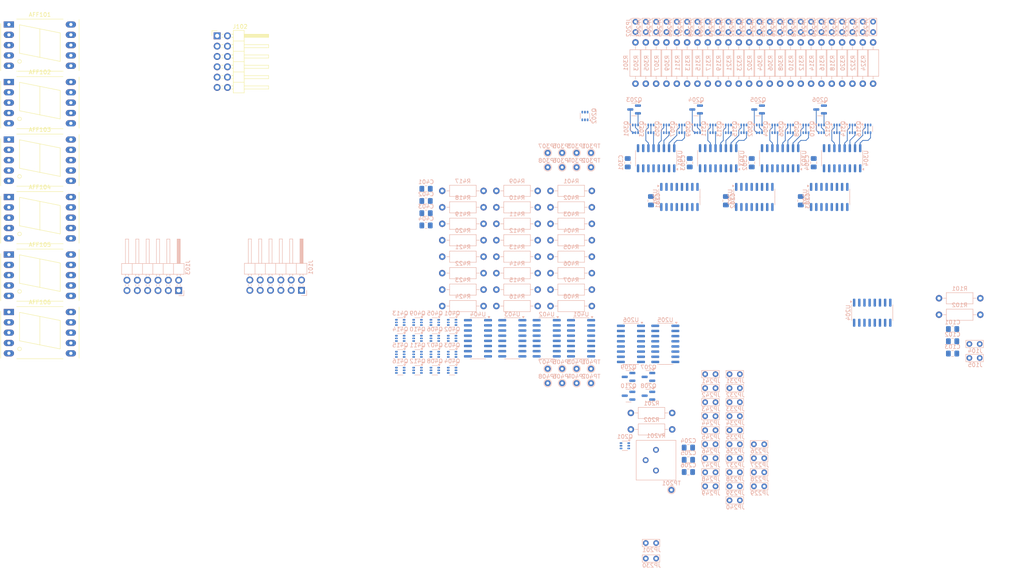
<source format=kicad_pcb>
(kicad_pcb (version 20240108) (generator "pcbnew") (generator_version "8.0")
  (title_block (title "Tiny Tapeout Desk Clock") (date "2024-10-22") (rev "1.0"))
  (layers (0 "F.Cu" signal) (31 "B.Cu" signal) (34 "B.Paste" user) (35 "F.Paste" user) (36 "B.SilkS" user "B.Silkscreen") (37 "F.SilkS" user "F.Silkscreen") (38 "B.Mask" user) (39 "F.Mask" user) (44 "Edge.Cuts" user))
  (net 0 "")
  (net 1 "/h1b")
  (net 2 "/h1f")
  (net 3 "/h1e")
  (net 4 "/h1a")
  (net 5 "VDD")
  (net 6 "/h1p")
  (net 7 "/h1d")
  (net 8 "/h1c")
  (net 9 "/h1g")
  (net 10 "/h2a")
  (net 11 "/h2c")
  (net 12 "/h2d")
  (net 13 "/h2f")
  (net 14 "/h2b")
  (net 15 "/h2e")
  (net 16 "/h2p")
  (net 17 "/h2g")
  (net 18 "/m1a")
  (net 19 "/m1f")
  (net 20 "/m1b")
  (net 21 "/m1e")
  (net 22 "/m1d")
  (net 23 "/m1g")
  (net 24 "/m1c")
  (net 25 "/m1p")
  (net 26 "/m2p")
  (net 27 "/m2b")
  (net 28 "/m2e")
  (net 29 "/m2c")
  (net 30 "/m2d")
  (net 31 "/m2g")
  (net 32 "/m2f")
  (net 33 "/m2a")
  (net 34 "/s1e")
  (net 35 "/s1a")
  (net 36 "/s1c")
  (net 37 "/s1d")
  (net 38 "/s1g")
  (net 39 "/s1p")
  (net 40 "/s1b")
  (net 41 "/s1f")
  (net 42 "/s2d")
  (net 43 "/s2e")
  (net 44 "/s2a")
  (net 45 "/s2p")
  (net 46 "/s2b")
  (net 47 "/s2f")
  (net 48 "/s2c")
  (net 49 "/s2g")
  (net 50 "GND")
  (net 51 "+5V")
  (net 52 "+3.3V")
  (net 54 "/refclk")
  (net 55 "/fast_set")
  (net 57 "/use_refclk")
  (net 58 "Net-(J101-Pin_12)")
  (net 59 "/minutes_set")
  (net 61 "/hours_set")
  (net 70 "/sc_mosi")
  (net 72 "Net-(JP201-A)")
  (net 73 "/LED_CC_drivers/h1_a")
  (net 74 "/LED_CC_drivers/h1_b")
  (net 75 "/LED_CC_drivers/h1_c")
  (net 76 "/LED_CC_drivers/h1_d")
  (net 77 "/LED_CC_drivers/h1_e")
  (net 78 "/LED_CC_drivers/h1_f")
  (net 79 "/LED_CC_drivers/h1_g")
  (net 80 "/LED_CC_drivers/h1_p")
  (net 81 "/LED_CC_drivers/h2_a")
  (net 82 "/LED_CC_drivers/h2_b")
  (net 83 "/LED_CC_drivers/h2_c")
  (net 84 "/LED_CC_drivers/h2_d")
  (net 85 "/LED_CC_drivers/h2_e")
  (net 86 "/LED_CC_drivers/h2_f")
  (net 87 "/LED_CC_drivers/h2_g")
  (net 88 "/LED_CC_drivers/h2_p")
  (net 89 "/LED_CC_drivers/m1_a")
  (net 90 "/LED_CC_drivers/m1_b")
  (net 91 "/LED_CC_drivers/m1_c")
  (net 92 "/LED_CC_drivers/m1_d")
  (net 93 "/LED_CC_drivers/m1_e")
  (net 94 "/LED_CC_drivers/m1_f")
  (net 95 "/LED_CC_drivers/m1_g")
  (net 96 "/LED_CC_drivers/m1_p")
  (net 97 "/LED_CC_drivers/m2_a")
  (net 98 "/LED_CC_drivers/m2_b")
  (net 99 "/LED_CC_drivers/m2_c")
  (net 100 "/LED_CC_drivers/m2_d")
  (net 101 "/LED_CC_drivers/m2_e")
  (net 102 "/LED_CC_drivers/m2_f")
  (net 103 "/LED_CC_drivers/m2_g")
  (net 104 "/LED_CC_drivers/m2_p")
  (net 105 "/LED_CC_drivers/s1_a")
  (net 106 "/LED_CC_drivers/s1_b")
  (net 107 "/LED_CC_drivers/s1_c")
  (net 108 "/LED_CC_drivers/s1_d")
  (net 109 "/LED_CC_drivers/s1_e")
  (net 110 "/LED_CC_drivers/s1_f")
  (net 111 "/LED_CC_drivers/s1_g")
  (net 112 "/LED_CC_drivers/s1_p")
  (net 113 "/LED_CC_drivers/s2_a")
  (net 114 "/LED_CC_drivers/s2_b")
  (net 115 "/LED_CC_drivers/s2_c")
  (net 116 "/LED_CC_drivers/s2_d")
  (net 117 "/LED_CC_drivers/s2_e")
  (net 118 "/LED_CC_drivers/s2_f")
  (net 119 "/LED_CC_drivers/s2_g")
  (net 120 "/LED_CC_drivers/s2_p")
  (net 121 "Net-(Q201A-C1)")
  (net 122 "Net-(Q201A-B1)")
  (net 123 "Net-(JP201-B)")
  (net 124 "Net-(Q202A-B1)")
  (net 125 "/LED_CC_drivers/LED_Drivers_High/iref1")
  (net 126 "/LED_CC_drivers/LED_Drivers_High/iref2")
  (net 127 "/LED_CC_drivers/LED_Drivers_High/iref3")
  (net 128 "/LED_CC_drivers/LED_Drivers_High/iref4")
  (net 129 "/LED_CC_drivers/LED_Drivers_Low/iref1")
  (net 130 "/LED_CC_drivers/LED_Drivers_Low/iref2")
  (net 131 "/LED_CC_drivers/LED_Drivers_Low/iref3")
  (net 132 "/LED_CC_drivers/LED_Drivers_Low/iref4")
  (net 133 "Net-(Q301A-E1)")
  (net 134 "Net-(Q301A-B1)")
  (net 135 "Net-(Q302A-B1)")
  (net 136 "Net-(Q302A-E1)")
  (net 137 "/LED_CC_drivers/LED_Drivers_High/e1_s1a")
  (net 138 "/LED_CC_drivers/LED_Drivers_High/e1_s1b")
  (net 139 "/LED_CC_drivers/LED_Drivers_High/e3_s2e")
  (net 140 "/LED_CC_drivers/LED_Drivers_High/e1_s1c")
  (net 141 "/LED_CC_drivers/LED_Drivers_High/e1_s1d")
  (net 142 "/LED_CC_drivers/LED_Drivers_High/e1_s1f")
  (net 143 "/LED_CC_drivers/LED_Drivers_High/e1_s1e")
  (net 144 "/LED_CC_drivers/LED_Drivers_High/e3_s3b")
  (net 145 "/LED_CC_drivers/LED_Drivers_High/e3_s3a")
  (net 146 "Net-(Q309A-E1)")
  (net 147 "Net-(Q309A-B1)")
  (net 148 "Net-(Q310A-E1)")
  (net 149 "Net-(Q310A-B1)")
  (net 150 "/LED_CC_drivers/LED_Drivers_High/e2_s1dp")
  (net 151 "/LED_CC_drivers/LED_Drivers_High/e2_s1g")
  (net 152 "/LED_CC_drivers/LED_Drivers_High/e4_s3c")
  (net 153 "/LED_CC_drivers/LED_Drivers_High/e4_s3d")
  (net 154 "/LED_CC_drivers/LED_Drivers_High/e2_s2b")
  (net 155 "/LED_CC_drivers/LED_Drivers_High/e2_s2a")
  (net 156 "/LED_CC_drivers/LED_Drivers_High/e4_s3e")
  (net 157 "/LED_CC_drivers/LED_Drivers_High/e2_s2c")
  (net 158 "/LED_CC_drivers/LED_Drivers_High/e2_s2d")
  (net 159 "Net-(Q401A-E1)")
  (net 160 "Net-(Q401A-B1)")
  (net 161 "Net-(Q402A-B1)")
  (net 162 "Net-(Q402A-E1)")
  (net 163 "/LED_CC_drivers/LED_Drivers_Low/e1_s1a")
  (net 164 "/LED_CC_drivers/LED_Drivers_Low/e1_s1b")
  (net 165 "/LED_CC_drivers/LED_Drivers_Low/e3_s2e")
  (net 166 "/LED_CC_drivers/LED_Drivers_Low/e1_s1d")
  (net 167 "/LED_CC_drivers/LED_Drivers_Low/e1_s1c")
  (net 168 "/LED_CC_drivers/LED_Drivers_Low/e1_s1f")
  (net 169 "/LED_CC_drivers/LED_Drivers_Low/e1_s1e")
  (net 170 "/LED_CC_drivers/LED_Drivers_Low/e3_s3a")
  (net 171 "/LED_CC_drivers/LED_Drivers_Low/e3_s3b")
  (net 172 "Net-(Q409A-B1)")
  (net 173 "Net-(Q409A-E1)")
  (net 174 "Net-(Q410A-E1)")
  (net 175 "Net-(Q410A-B1)")
  (net 176 "/LED_CC_drivers/LED_Drivers_Low/e2_s1dp")
  (net 177 "/LED_CC_drivers/LED_Drivers_Low/e2_s1g")
  (net 178 "/LED_CC_drivers/LED_Drivers_Low/e4_s3c")
  (net 179 "/LED_CC_drivers/LED_Drivers_Low/e4_s3d")
  (net 180 "/LED_CC_drivers/LED_Drivers_Low/e2_s2a")
  (net 181 "/LED_CC_drivers/LED_Drivers_Low/e2_s2b")
  (net 182 "/LED_CC_drivers/LED_Drivers_Low/e4_s3e")
  (net 183 "/LED_CC_drivers/LED_Drivers_Low/e2_s2d")
  (net 184 "/LED_CC_drivers/LED_Drivers_Low/e2_s2c")
  (net 185 "Net-(J104-CC2)")
  (net 186 "Net-(J104-CC1)")
  (net 187 "Net-(R202-Pad2)")
  (net 188 "/LED_CC_drivers/LED_Drivers_High/e3_s2f")
  (net 189 "/LED_CC_drivers/LED_Drivers_High/e3_s2g")
  (net 190 "/LED_CC_drivers/LED_Drivers_High/e3_s2dp")
  (net 191 "/LED_CC_drivers/LED_Drivers_High/e4_s3f")
  (net 192 "/LED_CC_drivers/LED_Drivers_High/e4_s3g")
  (net 193 "/LED_CC_drivers/LED_Drivers_High/e4_s3dp")
  (net 194 "/LED_CC_drivers/LED_Drivers_Low/e3_s2f")
  (net 195 "/LED_CC_drivers/LED_Drivers_Low/e3_s2g")
  (net 196 "/LED_CC_drivers/LED_Drivers_Low/e3_s2dp")
  (net 197 "/LED_CC_drivers/LED_Drivers_Low/e4_s3f")
  (net 198 "/LED_CC_drivers/LED_Drivers_Low/e4_s3g")
  (net 199 "/LED_CC_drivers/LED_Drivers_Low/e4_s3dp")
  (net 200 "/sc_clk")
  (net 201 "/LED_CC_drivers/oe")
  (net 202 "Net-(U201-QH')")
  (net 203 "/sc_latch")
  (net 204 "/LED_CC_drivers/sc_clr")
  (net 205 "Net-(U202-QH')")
  (net 206 "Net-(U203-QH')")
  (net 207 "Net-(U204-QH')")
  (net 208 "Net-(U205-QH')")
  (net 209 "/sc_miso")
  (net 210 "/LED_CC_drivers/LED_Drivers_High/o1_s1a")
  (net 211 "/LED_CC_drivers/LED_Drivers_High/o1_s1b")
  (net 212 "/LED_CC_drivers/LED_Drivers_High/o1_s1c")
  (net 213 "/LED_CC_drivers/LED_Drivers_High/o1_s1d")
  (net 214 "/LED_CC_drivers/LED_Drivers_High/o1_s1e")
  (net 215 "/LED_CC_drivers/LED_Drivers_High/o1_s1f")
  (net 216 "/LED_CC_drivers/LED_Drivers_High/o2_s1g")
  (net 217 "/LED_CC_drivers/LED_Drivers_High/o2_s1dp")
  (net 218 "/LED_CC_drivers/LED_Drivers_High/o2_s2a")
  (net 219 "/LED_CC_drivers/LED_Drivers_High/o2_s2b")
  (net 220 "/LED_CC_drivers/LED_Drivers_High/o2_s2c")
  (net 221 "/LED_CC_drivers/LED_Drivers_High/o2_s2d")
  (net 222 "/LED_CC_drivers/LED_Drivers_High/o3_s2e")
  (net 223 "/LED_CC_drivers/LED_Drivers_High/o3_s2f")
  (net 224 "/LED_CC_drivers/LED_Drivers_High/o3_s2g")
  (net 225 "/LED_CC_drivers/LED_Drivers_High/o3_s2dp")
  (net 226 "/LED_CC_drivers/LED_Drivers_High/o3_s3a")
  (net 227 "/LED_CC_drivers/LED_Drivers_High/o3_s3b")
  (net 228 "/LED_CC_drivers/LED_Drivers_High/o4_s3c")
  (net 229 "/LED_CC_drivers/LED_Drivers_High/o4_s3d")
  (net 230 "/LED_CC_drivers/LED_Drivers_High/o4_s3e")
  (net 231 "/LED_CC_drivers/LED_Drivers_High/o4_s3f")
  (net 232 "/LED_CC_drivers/LED_Drivers_High/o4_s3g")
  (net 233 "/LED_CC_drivers/LED_Drivers_High/o4_s3dp")
  (net 234 "/LED_CC_drivers/LED_Drivers_Low/o1_s1a")
  (net 235 "/LED_CC_drivers/LED_Drivers_Low/o1_s1b")
  (net 236 "/LED_CC_drivers/LED_Drivers_Low/o1_s1c")
  (net 237 "/LED_CC_drivers/LED_Drivers_Low/o1_s1d")
  (net 238 "/LED_CC_drivers/LED_Drivers_Low/o1_s1e")
  (net 239 "/LED_CC_drivers/LED_Drivers_Low/o1_s1f")
  (net 240 "/LED_CC_drivers/LED_Drivers_Low/o2_s1g")
  (net 241 "/LED_CC_drivers/LED_Drivers_Low/o2_s1dp")
  (net 242 "/LED_CC_drivers/LED_Drivers_Low/o2_s2a")
  (net 243 "/LED_CC_drivers/LED_Drivers_Low/o2_s2b")
  (net 244 "/LED_CC_drivers/LED_Drivers_Low/o2_s2c")
  (net 245 "/LED_CC_drivers/LED_Drivers_Low/o2_s2d")
  (net 246 "/LED_CC_drivers/LED_Drivers_Low/o3_s2e")
  (net 247 "/LED_CC_drivers/LED_Drivers_Low/o3_s2f")
  (net 248 "/LED_CC_drivers/LED_Drivers_Low/o3_s2g")
  (net 249 "/LED_CC_drivers/LED_Drivers_Low/o3_s2dp")
  (net 250 "/LED_CC_drivers/LED_Drivers_Low/o3_s3a")
  (net 251 "/LED_CC_drivers/LED_Drivers_Low/o3_s3b")
  (net 252 "/LED_CC_drivers/LED_Drivers_Low/o4_s3c")
  (net 253 "/LED_CC_drivers/LED_Drivers_Low/o4_s3d")
  (net 254 "/LED_CC_drivers/LED_Drivers_Low/o4_s3e")
  (net 255 "/LED_CC_drivers/LED_Drivers_Low/o4_s3f")
  (net 256 "/LED_CC_drivers/LED_Drivers_Low/o4_s3g")
  (net 257 "/LED_CC_drivers/LED_Drivers_Low/o4_s3dp")
  (footprint "Display_7Segment:7SegmentLED_LTS6760_LTS6780" (layer "F.Cu") (at 23.76 113.34)
    (property "Reference" "AFF106")
    (property "Value" "LTS-6980HR")
  )
  (footprint "Display_7Segment:7SegmentLED_LTS6760_LTS6780" (layer "F.Cu") (at 23.76 56.74)
    (property "Reference" "AFF102")
    (property "Value" "LTS-6980HR")
  )
  (footprint "Display_7Segment:7SegmentLED_LTS6760_LTS6780" (layer "F.Cu") (at 23.76 85.04)
    (property "Reference" "AFF104")
    (property "Value" "LTS-6980HR")
  )
  (footprint "Display_7Segment:7SegmentLED_LTS6760_LTS6780" (layer "F.Cu") (at 23.76 99.19)
    (property "Reference" "AFF105")
    (property "Value" "LTS-6980HR")
  )
  (footprint "Display_7Segment:7SegmentLED_LTS6760_LTS6780" (layer "F.Cu") (at 23.76 70.89)
    (property "Reference" "AFF103")
    (property "Value" "LTS-6980HR")
  )
  (footprint "Display_7Segment:7SegmentLED_LTS6760_LTS6780" (layer "F.Cu") (at 23.76 42.59)
    (property "Reference" "AFF101")
    (property "Value" "LTS-6980HR")
  )
  (footprint "Connector_PinHeader_2.54mm:PinHeader_2x06_P2.54mm_Horizontal" (layer "F.Cu") (at 74.96 45.38)
    (property "Reference" "J102")
    (property "Value" "Bidir")
  )
  (footprint "Capacitor_SMD:C_0805_2012Metric_Pad1.18x1.45mm_HandSolder" (layer "B.Cu") (at 190.805 149.695 180)
    (property "Reference" "C205")
    (property "Value" "1n")
  )
  (footprint "TestPoint:TestPoint_Bridge_Pitch2.54mm_Drill0.7mm" (layer "B.Cu") (at 203.465 138.975 180)
    (property "Reference" "JP234")
    (property "Value" "Jumper_2_Bridged")
  )
  (footprint "Capacitor_SMD:C_0805_2012Metric_Pad1.18x1.45mm_HandSolder" (layer "B.Cu") (at 126.315 89.025 180)
    (property "Reference" "C403")
    (property "Value" "100n")
  )
  (footprint "TestPoint:TestPoint_Bridge_Pitch2.54mm_Drill0.7mm" (layer "B.Cu") (at 203.2 44.45 90)
    (property "Reference" "JP212")
    (property "Value" "Jumper_2_Bridged")
  )
  (footprint "TestPoint:TestPoint_Bridge_Pitch2.54mm_Drill0.7mm" (layer "B.Cu") (at 209.455 145.875 180)
    (property "Reference" "JP226")
    (property "Value" "Jumper_2_Bridged")
  )
  (footprint "TestPoint:TestPoint_Bridge_Pitch2.54mm_Drill0.7mm" (layer "B.Cu") (at 197.475 145.875 180)
    (property "Reference" "JP246")
    (property "Value" "Jumper_2_Bridged")
  )
  (footprint "TestPoint:TestPoint_Bridge_Pitch2.54mm_Drill0.7mm" (layer "B.Cu") (at 215.9 44.45 90)
    (property "Reference" "JP217")
    (property "Value" "Jumper_2_Bridged")
  )
  (footprint "Resistor_THT:R_Axial_DIN0207_L6.3mm_D2.5mm_P10.16mm_Horizontal" (layer "B.Cu") (at 153.765 91.625 180)
    (property "Reference" "R411")
    (property "Value" "1k4")
  )
  (footprint "TestPoint:TestPoint_Bridge_Pitch2.54mm_Drill0.7mm" (layer "B.Cu") (at 203.465 142.425 180)
    (property "Reference" "JP235")
    (property "Value" "Jumper_2_Bridged")
  )
  (footprint "Capacitor_SMD:C_0805_2012Metric_Pad1.18x1.45mm_HandSolder" (layer "B.Cu") (at 200.025 85.9575 90)
    (property "Reference" "C202")
    (property "Value" "1n")
  )
  (footprint "TestPoint:TestPoint_THTPad_D1.5mm_Drill0.7mm" (layer "B.Cu") (at 163.325 74.175 180)
    (property "Reference" "TP303")
    (property "Value" "s1_mirror")
  )
  (footprint "Resistor_THT:R_Axial_DIN0207_L6.3mm_D2.5mm_P10.16mm_Horizontal" (layer "B.Cu") (at 205.74 46.99 -90)
    (property "Reference" "R323")
    (property "Value" "1k4")
  )
  (footprint "TestPoint:TestPoint_Bridge_Pitch2.54mm_Drill0.7mm" (layer "B.Cu") (at 228.6 44.45 90)
    (property "Reference" "JP222")
    (property "Value" "Jumper_2_Bridged")
  )
  (footprint "TestPoint:TestPoint_Bridge_Pitch2.54mm_Drill0.7mm" (layer "B.Cu") (at 177.8 44.45 90)
    (property "Reference" "JP202")
    (property "Value" "Jumper_2_Bridged")
  )
  (footprint "TestPoint:TestPoint_THTPad_D1.5mm_Drill0.7mm" (layer "B.Cu") (at 156.225 74.175 180)
    (property "Reference" "TP307")
    (property "Value" "s2_mirror")
  )
  (footprint "Package_TO_SOT_SMD:SOT-363_SC-70-6" (layer "B.Cu") (at 193.025 68.26 -90)
    (property "Reference" "Q309")
    (property "Value" "MMDT3904")
  )
  (footprint "Package_SO:SOIC-16_3.9x9.9mm_P1.27mm" (layer "B.Cu") (at 182.88 75.5 90)
    (property "Reference" "U301")
    (property "Value" "ULN2003")
  )
  (footprint "Package_TO_SOT_SMD:SOT-23" (layer "B.Cu") (at 223.1875 63.5 180)
    (property "Reference" "Q206")
    (property "Value" "MMBT3906")
  )
  (footprint "Package_TO_SOT_SMD:SOT-363_SC-70-6" (layer "B.Cu") (at 208.265 68.26 -90)
    (property "Reference" "Q302")
    (property "Value" "MMDT3904")
  )
  (footprint "TestPoint:TestPoint_Bridge_Pitch2.54mm_Drill0.7mm" (layer "B.Cu") (at 203.465 159.675 180)
    (property "Reference" "JP240")
    (property "Value" "Jumper_2_Bridged")
  )
  (footprint "Resistor_THT:R_Axial_DIN0207_L6.3mm_D2.5mm_P10.16mm_Horizontal" (layer "B.Cu") (at 167.075 91.625 180)
    (property "Reference" "R403")
    (property "Value" "1k4")
  )
  (footprint "Resistor_THT:R_Axial_DIN0207_L6.3mm_D2.5mm_P10.16mm_Horizontal" (layer "B.Cu") (at 167.075 87.575 180)
    (property "Reference" "R402")
    (property "Value" "1k4")
  )
  (footprint "TestPoint:TestPoint_Bridge_Pitch2.54mm_Drill0.7mm" (layer "B.Cu") (at 182.88 170.18 180)
    (property "Reference" "JP201")
    (property "Value" "Jumper_2_Bridged")
  )
  (footprint "Package_TO_SOT_SMD:SOT-23" (layer "B.Cu") (at 180.985 133.925 180)
    (property "Reference" "Q208")
    (property "Value" "MMBT3906")
  )
  (footprint "Package_TO_SOT_SMD:SOT-363_SC-70-6" (layer "B.Cu") (at 119.975 123.75 180)
    (property "Reference" "Q415")
    (property "Value" "MMDT3904")
  )
  (footprint "TestPoint:TestPoint_Bridge_Pitch2.54mm_Drill0.7mm" (layer "B.Cu") (at 197.475 142.425 180)
    (property "Reference" "JP245")
    (property "Value" "Jumper_2_Bridged")
  )
  (footprint "TestPoint:TestPoint_Bridge_Pitch2.54mm_Drill0.7mm" (layer "B.Cu") (at 220.98 44.45 90)
    (property "Reference" "JP219")
    (property "Value" "Jumper_2_Bridged")
  )
  (footprint "Package_TO_SOT_SMD:SOT-363_SC-70-6" (layer "B.Cu") (at 132.725 127.675 180)
    (property "Reference" "Q404")
    (property "Value" "MMDT3904")
  )
  (footprint "Package_SO:SOIC-16_3.9x9.9mm_P1.27mm" (layer "B.Cu") (at 225.425 85.025 -90)
    (property "Reference" "U203")
    (property "Value" "74HC595")
  )
  (footprint "TestPoint:TestPoint_Bridge_Pitch2.54mm_Drill0.7mm" (layer "B.Cu") (at 203.465 149.325 180)
    (property "Reference" "JP237")
    (property "Value" "Jumper_2_Bridged")
  )
  (footprint "TestPoint:TestPoint_THTPad_D1.5mm_Drill0.7mm" (layer "B.Cu") (at 156.225 77.725 180)
    (property "Reference" "TP308")
    (property "Value" "s4_mirror")
  )
  (footprint "Resistor_THT:R_Axial_DIN0207_L6.3mm_D2.5mm_P10.16mm_Horizontal" (layer "B.Cu") (at 236.22 46.99 -90)
    (property "Reference" "R324")
    (property "Value" "2k8")
  )
  (footprint "Capacitor_SMD:C_0805_2012Metric_Pad1.18x1.45mm_HandSolder" (layer "B.Cu") (at 190.805 146.685 180)
    (property "Reference" "C204")
    (property "Value" "1n")
  )
  (footprint "Resistor_THT:R_Axial_DIN0207_L6.3mm_D2.5mm_P10.16mm_Horizontal" (layer "B.Cu") (at 167.075 95.675 180)
    (property "Reference" "R404")
    (property "Value" "1k4")
  )
  (footprint "Capacitor_SMD:C_0805_2012Metric_Pad1.18x1.45mm_HandSolder" (layer "B.Cu") (at 190.805 152.705 180)
    (property "Reference" "C206")
    (property "Value" "1n")
  )
  (footprint "TestPoint:TestPoint_THTPad_D1.5mm_Drill0.7mm" (layer "B.Cu") (at 156.225 130.845 180)
    (property "Reference" "TP408")
    (property "Value" "s4_mirror")
  )
  (footprint "TestPoint:TestPoint_Bridge_Pitch2.54mm_Drill0.7mm" (layer "B.Cu") (at 197.475 128.625 180)
    (property "Reference" "JP241")
    (property "Value" "Jumper_2_Bridged")
  )
  (footprint "Resistor_THT:R_Axial_DIN0207_L6.3mm_D2.5mm_P10.16mm_Horizontal" (layer "B.Cu") (at 185.42 46.99 -90)
    (property "Reference" "R307")
    (property "Value" "1k4")
  )
  (footprint "Resistor_THT:R_Axial_DIN0207_L6.3mm_D2.5mm_P10.16mm_Horizontal" (layer "B.Cu") (at 262.58 109.95 180)
    (property "Reference" "R101")
    (property "Value" "5k1")
  )
  (footprint "Resistor_THT:R_Axial_DIN0207_L6.3mm_D2.5mm_P10.16mm_Horizontal" (layer "B.Cu") (at 153.765 83.525 180)
    (property "Reference" "R409")
    (property "Value" "1k4")
  )
  (footprint "Resistor_THT:R_Axial_DIN0207_L6.3mm_D2.5mm_P10.16mm_Horizontal" (layer "B.Cu") (at 187.96 46.99 -90)
    (property "Reference" "R309")
    (property "Value" "1k4")
  )
  (footprint "Package_TO_SOT_SMD:SOT-363_SC-70-6" (layer "B.Cu") (at 189.215 68.26 -90)
    (property "Reference" "Q307")
    (property "Value" "MMDT3904")
  )
  (footprint "TestPoint:TestPoint_THTPad_D1.5mm_Drill0.7mm" (layer "B.Cu") (at 159.775 74.175 180)
    (property "Reference" "TP305")
    (property "Value" "s2_iref")
  )
  (footprint "TestPoint:TestPoint_THTPad_D1.5mm_Drill0.7mm" (layer "B.Cu") (at 186.625 157.115 180)
    (property "Reference" "TP201")
    (property "Value" "segment_cm")
  )
  (footprint "TestPoint:TestPoint_Bridge_Pitch2.54mm_Drill0.7mm" (layer "B.Cu") (at 205.74 44.45 90)
    (property "Reference" "JP213")
    (property "Value" "Jumper_2_Bridged")
  )
  (footprint "Resistor_THT:R_Axial_DIN0207_L6.3mm_D2.5mm_P10.16mm_Horizontal" (layer "B.Cu") (at 262.58 114 180)
    (property "Reference" "R102")
    (property "Value" "5k1")
  )
  (footprint "Capacitor_SMD:C_0805_2012Metric_Pad1.18x1.45mm_HandSolder" (layer "B.Cu") (at 126.315 92.035 180)
    (property "Reference" "C404")
    (property "Value" "100n")
  )
  (footprint "TestPoint:TestPoint_Bridge_Pitch2.54mm_Drill0.7mm" (layer "B.Cu") (at 203.465 145.875 180)
    (property "Reference" "JP236")
    (property "Value" "Jumper_2_Bridged")
  )
  (footprint "Resistor_THT:R_Axial_DIN0207_L6.3mm_D2.5mm_P10.16mm_Horizontal" (layer "B.Cu") (at 180.34 46.99 -90)
    (property "Reference" "R303")
    (property "Value" "1k4")
  )
  (footprint "Package_TO_SOT_SMD:SOT-363_SC-70-6" (layer "B.Cu") (at 128.475 115.9 180)
    (property "Reference" "Q405")
    (property "Value" "MMDT3904")
  )
  (footprint "Package_SO:SOIC-16_3.9x9.9mm_P1.27mm" (layer "B.Cu") (at 236 113.5 -90)
    (property "Reference" "U204")
    (property "Value" "74HC595")
  )
  (footprint "Connector_PinHeader_2.54mm:PinHeader_2x06_P2.54mm_Horizontal" (layer "B.Cu") (at 65.5 108.04 90)
    (property "Reference" "J103")
    (property "Value" "Output")
  )
  (footprint "TestPoint:TestPoint_Bridge_Pitch2.54mm_Drill0.7mm" (layer "B.Cu") (at 210.82 44.45 90)
    (property "Reference" "JP215")
    (property "Value" "Jumper_2_Bridged")
  )
  (footprint "Package_SO:SOIC-16_3.9x9.9mm_P1.27mm" (layer "B.Cu") (at 213.36 75.5 90)
    (property "Reference" "U302")
    (property "Value" "ULN2003")
  )
  (footprint "TestPoint:TestPoint_Bridge_Pitch2.54mm_Drill0.7mm" (layer "B.Cu") (at 198.12 44.45 90)
    (property "Reference" "JP210")
    (property "Value" "Jumper_2_Bridged")
  )
  (footprint "Capacitor_SMD:C_0805_2012Metric_Pad1.18x1.45mm_HandSolder" (layer "B.Cu") (at 191.135 76.6025 -90)
    (property "Reference" "C303")
    (property "Value" "100n")
  )
  (footprint "Resistor_THT:R_Axial_DIN0207_L6.3mm_D2.5mm_P10.16mm_Horizontal" (layer "B.Cu") (at 198.12 46.99 -90)
    (property "Reference" "R317")
    (property "Value" "1k4")
  )
  (footprint "Resistor_THT:R_Axial_DIN0207_L6.3mm_D2.5mm_P10.16mm_Horizontal" (layer "B.Cu") (at 140.455 87.575 180)
    (property "Reference" "R418")
    (property "Value" "1k4")
  )
  (footprint "Capacitor_SMD:C_0805_2012Metric_Pad1.18x1.45mm_HandSolder" (layer "B.Cu") (at 206.375 76.6025 -90)
    (property "Reference" "C302")
    (property "Value" "100n")
  )
  (footprint "TestPoint:TestPoint_Bridge_Pitch2.54mm_Drill0.7mm" (layer "B.Cu") (at 182.88 44.45 90)
    (property "Reference" "JP204")
    (property "Value" "Jumper_2_Bridged")
  )
  (footprint "TestPoint:TestPoint_Bridge_Pitch2.54mm_Drill0.7mm" (layer "B.Cu") (at 187.96 44.45 90)
    (property "Reference" "JP206")
    (property "Value" "Jumper_2_Bridged")
  )
  (footprint "Resistor_THT:R_Axial_DIN0207_L6.3mm_D2.5mm_P10.16mm_Horizontal" (layer "B.Cu") (at 233.68 46.99 -90)
    (property "Reference" "R322")
    (property "Value" "1k4")
  )
  (footprint "Package_TO_SOT_SMD:SOT-363_SC-70-6" (layer "B.Cu") (at 215.885 68.26 -90)
    (property "Reference" "Q306")
    (property "Value" "MMDT3904")
  )
  (footprint "TestPoint:TestPoint_Bridge_Pitch2.54mm_Drill0.7mm" (layer "B.Cu") (at 182.88 173.99 180)
    (property "Reference" "JP230")
    (property "Value" "Jumper_2_Bridged")
  )
  (footprint "TestPoint:TestPoint_Bridge_Pitch2.54mm_Drill0.7mm" (layer "B.Cu") (at 223.52 44.45 90)
    (property "Reference" "JP220")
    (property "Value" "Jumper_2_Bridged")
  )
  (footprint "Resistor_THT:R_Axial_DIN0207_L6.3mm_D2.5mm_P10.16mm_Horizontal" (layer "B.Cu") (at 140.455 83.525 180)
    (property "Reference" "R417")
    (property "Value" "1k4")
  )
  (footprint "Package_TO_SOT_SMD:SOT-363_SC-70-6" (layer "B.Cu") (at 128.475 123.75 180)
    (property "Reference" "Q407")
    (property "Value" "MMDT3904")
  )
  (footprint "Potentiometer_THT:Potentiometer_Bourns_3386P_Vertical" (layer "B.Cu") (at 182.845 152.335 180)
    (property "Reference" "RV201")
    (property "Value" "1k")
  )
  (footprint "Package_SO:SOIC-16_3.9x9.9mm_P1.27mm" (layer "B.Cu") (at 147.525 119.795 180)
    (property "Reference" "U403")
    (property "Value" "ULN2003")
  )
  (footprint "Capacitor_SMD:C_0805_2012Metric_Pad1.18x1.45mm_HandSolder" (layer "B.Cu") (at 126.315 83.005 180)
    (property "Reference" "C401")
    (property "Value" "100n")
  )
  (footprint "TestPoint:TestPoint_Bridge_Pitch2.54mm_Drill0.7mm" (layer "B.Cu") (at 208.28 44.45 90)
    (property "Reference" "JP214")
    (property "Value" "Jumper_2_Bridged")
  )
  (footprint "Package_SO:SOIC-16_3.9x9.9mm_P1.27mm" (layer "B.Cu") (at 155.975 119.795 180)
    (property "Reference" "U402")
    (property "Value" "ULN2003")
  )
  (footprint "Package_TO_SOT_SMD:SOT-363_SC-70-6" (layer "B.Cu") (at 132.725 115.9 180)
    (property "Reference" "Q401")
    (property "Value" "MMDT3904")
  )
  (footprint "TestPoint:TestPoint_Bridge_Pitch2.54mm_Drill0.7mm" (layer "B.Cu") (at 213.36 44.45 90)
    (property "Reference" "JP216")
    (property "Value" "Jumper_2_Bridged")
  )
  (footprint "Resistor_THT:R_Axial_DIN0207_L6.3mm_D2.5mm_P10.16mm_Horizontal" (layer "B.Cu") (at 153.765 111.875 180)
    (property "Reference" "R416")
    (property "Value" "1k4")
  )
  (footprint "TestPoint:TestPoint_Bridge_Pitch2.54mm_Drill0.7mm" (layer "B.Cu") (at 200.66 44.45 90)
    (property "Reference" "JP211")
    (property "Value" "Jumper_2_Bridged")
  )
  (footprint "Capacitor_SMD:C_0805_2012Metric_Pad1.18x1.45mm_HandSolder" (layer "B.Cu") (at 221.615 76.6025 -90)
    (property "Reference" "C304")
    (property "Value" "100n")
  )
  (footprint "TestPoint:TestPoint_Bridge_Pitch2.54mm_Drill0.7mm" (layer "B.Cu") (at 197.475 156.225 180)
    (property "Reference" "JP249")
    (property "Value" "Jumper_2_Bridged")
  )
  (footprint "Resistor_THT:R_Axial_DIN0207_L6.3mm_D2.5mm_P10.16mm_Horizontal" (layer "B.Cu") (at 167.075 83.525 180)
    (property "Reference" "R401")
    (property "Value" "1k4")
  )
  (footprint "TestPoint:TestPoint_THTPad_D1.5mm_Drill0.7mm" (layer "B.Cu") (at 163.325 130.845 180)
    (property "Reference" "TP404")
    (property "Value" "s3_mirror")
  )
  (footprint "TestPoint:TestPoint_Bridge_Pitch2.54mm_Drill0.7mm" (layer "B.Cu") (at 218.44 44.45 90)
    (property "Reference" "JP218")
    (property "Value" "Jumper_2_Bridged")
  )
  (footprint "Resistor_THT:R_Axial_DIN0207_L6.3mm_D2.5mm_P10.16mm_Horizontal" (layer "B.Cu") (at 140.455 111.875 180)
    (property "Reference" "R424")
    (property "Value" "2k8")
  )
  (footprint "Capacitor_SMD:C_0805_2012Metric_Pad1.18x1.45mm_HandSolder" (layer "B.Cu") (at 126.315 86.015 180)
    (property "Reference" "C402")
    (property "Value" "100n")
  )
  (footprint "Package_TO_SOT_SMD:SOT-363_SC-70-6" (layer "B.Cu") (at 119.975 127.675 180)
    (property "Reference" "Q416")
    (property "Value" "MMDT3904")
  )
  (footprint "Resistor_THT:R_Axial_DIN0207_L6.3mm_D2.5mm_P10.16mm_Horizontal" (layer "B.Cu") (at 215.9 46.99 -90)
    (property "Reference" "R308")
    (property "Value" "2k8")
  )
  (footprint "TestPoint:TestPoint_Bridge_Pitch2.54mm_Drill0.7mm" (layer "B.Cu") (at 236.22 44.45 90)
    (property "Reference" "JP225")
    (property "Value" "Jumper_2_Bridged")
  )
  (footprint "TestPoint:TestPoint_Bridge_Pitch2.54mm_Drill0.7mm" (layer "B.Cu") (at 197.475 138.975 180)
    (property "Reference" "JP244")
    (property "Value" "Jumper_2_Bridged")
  )
  (footprint "Resistor_THT:R_Axial_DIN0207_L6.3mm_D2.5mm_P10.16mm_Horizontal" (layer "B.Cu") (at 208.28 46.99 -90)
    (property "Reference" "R302")
    (property "Value" "1k4")
  )
  (footprint "Capacitor_SMD:C_0805_2012Metric_Pad1.18x1.45mm_HandSolder" (layer "B.Cu") (at 255.76 117.53 180)
    (property "Reference" "C101")
    (property "Value" "10u")
  )
  (footprint "Resistor_THT:R_Axial_DIN0207_L6.3mm_D2.5mm_P10.16mm_Horizontal" (layer "B.Cu") (at 153.765 99.725 180)
    (property "Reference" "R413")
    (property "Value" "1k4")
  )
  (footprint "TestPoint:TestPoint_THTPad_D1.5mm_Drill0.7mm" (layer "B.Cu") (at 163.325 77.725 180)
    (property "Reference" "TP304")
    (property "Value" "s3_mirror")
  )
  (footprint "Connector_PinHeader_2.54mm:PinHeader_2x06_P2.54mm_Horizontal" (layer "B.Cu") (at 95.7 108 90)
    (property "Reference" "J101")
    (property "Value" "Input")
  )
  (footprint "Package_SO:SOIC-16_3.9x9.9mm_P1.27mm" (layer "B.Cu") (at 207.01 85.025 -90)
    (property "Reference" "U202")
    (property "Value" "74HC595")
  )
  (footprint "Resistor_THT:R_Axial_DIN0207_L6.3mm_D2.5mm_P10.16mm_Horizontal" (layer "B.Cu") (at 167.075 103.775 180)
    (property "Reference" "R406")
    (property "Value" "1k4")
  )
  (footprint "Package_SO:SOIC-16_3.9x9.9mm_P1.27mm" (layer "B.Cu") (at 164.425 119.795 180)
    (property "Reference" "U401")
    (property "Value" "ULN2003")
  )
  (footprint "Resistor_THT:R_Axial_DIN0207_L6.3mm_D2.5mm_P10.16mm_Horizontal" (layer "B.Cu") (at 153.765 107.825 180)
    (property "Reference" "R415")
    (property "Value" "2k8")
  )
  (footprint "Resistor_THT:R_Axial_DIN0207_L6.3mm_D2.5mm_P10.16mm_Horizontal" (layer "B.Cu") (at 182.88 46.99 -90)
    (property "Reference" "R305")
    (property "Value" "1k4")
  )
  (footprint "TestPoint:TestPoint_Bridge_Pitch2.54mm_Drill0.7mm" (layer "B.Cu") (at 197.475 132.075 180)
    (property "Reference" "JP242")
    (property "Value" "Jumper_2_Bridged")
  )
  (footprint "Resistor_THT:R_Axial_DIN0207_L6.3mm_D2.5mm_P10.16mm_Horizontal" (layer "B.Cu") (at 140.455 103.775 180)
    (property "Reference" "R422")
    (property "Value" "1k4")
  )
  (footprint "TestPoint:TestPoint_Bridge_Pitch2.54mm_Drill0.7mm" (layer "B.Cu") (at 203.465 135.525 180)
    (property "Reference" "JP233")
    (property "Value" "Jumper_2_Bridged")
  )
  (footprint "TestPoint:TestPoint_Bridge_Pitch2.54mm_Drill0.7mm" (layer "B.Cu") (at 190.5 44.45 90)
    (property "Reference" "JP207")
    (property "Value" "Jumper_2_Bridged")
  )
  (footprint "Resistor_THT:R_Axial_DIN0207_L6.3mm_D2.5mm_P10.16mm_Horizontal" (layer "B.Cu") (at 200.66 46.99 -90)
    (property "Reference" "R319")
    (property "Value" "1k4")
  )
  (footprint "Resistor_THT:R_Axial_DIN0207_L6.3mm_D2.5mm_P10.16mm_Horizontal" (layer "B.Cu") (at 190.5 46.99 -90)
    (property "Reference" "R311")
    (property "Value" "1k4")
  )
  (footprint "Package_TO_SOT_SMD:SOT-363_SC-70-6" (layer "B.Cu") (at 200.645 68.26 -90)
    (property "Reference" "Q313")
    (property "Value" "MMDT3904")
  )
  (footprint "TestPoint:TestPoint_Bridge_Pitch2.54mm_Drill0.7mm" (layer "B.Cu") (at 209.455 156.225 180)
    (property "Reference" "JP229")
    (property "Value" "Jumper_2_Bridged")
  )
  (footprint "Capacitor_SMD:C_0805_2012Metric_Pad1.18x1.45mm_HandSolder" (layer "B.Cu") (at 175.895 76.6025 -90)
    (property "Reference" "C301")
    (property "Value" "100n")
  )
  (footprint "TestPoint:TestPoint_Bridge_Pitch2.54mm_Drill0.7mm" (layer "B.Cu") (at 193.04 44.45 90)
    (property "Reference" "JP208")
    (property "Value" "Jumper_2_Bridged")
  )
  (footprint "Package_TO_SOT_SMD:SOT-363_SC-70-6" (layer "B.Cu") (at 132.725 123.75 180)
    (property "Reference" "Q403")
    (property "Value" "MMDT3904")
  )
  (footprint "TestPoint:TestPoint_Bridge_Pitch2.54mm_Drill0.7mm" (layer "B.Cu") (at 197.475 152.775 180)
    (property "Reference" "JP248")
    (property "Value" "Jumper_2_Bridged")
  )
  (footprint "Package_SO:SOIC-16_3.9x9.9mm_P1.27mm" (layer "B.Cu") (at 188.595 85.025 -90)
    (property "Reference" "U201")
    (property "Value" "74HC595")
  )
  (footprint "Package_TO_SOT_SMD:SOT-363_SC-70-6" (layer "B.Cu") (at 196.835 68.26 -90)
    (property "Reference" "Q311")
    (property "Value" "MMDT3904")
  )
  (footprint "Resistor_THT:R_Axial_DIN0207_L6.3mm_D2.5mm_P10.16mm_Horizontal" (layer "B.Cu") (at 228.6 46.99 -90)
    (property "Reference" "R318")
    (property "Value" "1k4")
  )
  (footprint "TestPoint:TestPoint_THTPad_D1.5mm_Drill0.7mm" (layer "B.Cu") (at 159.775 127.295 180)
    (property "Reference" "TP405")
    (property "Value" "s2_iref")
  )
  (footprint "Resistor_THT:R_Axial_DIN0207_L6.3mm_D2.5mm_P10.16mm_Horizontal" (layer "B.Cu") (at 203.2 46.99 -90)
    (property "Reference" "R321")
    (property "Value" "1k4")
  )
  (footprint "Package_TO_SOT_SMD:SOT-363_SC-70-6" (layer "B.Cu") (at 124.225 119.825 180)
    (property "Reference" "Q410")
    (property "Value" "MMDT3904")
  )
  (footprint "TestPoint:TestPoint_Bridge_Pitch2.54mm_Drill0.7mm" (layer "B.Cu") (at 197.475 149.325 180)
    (property "Reference" "JP247")
    (property "Value" "Jumper_2_Bridged")
  )
  (footprint "Resistor_THT:R_Axial_DIN0207_L6.3mm_D2.5mm_P10.16mm_Horizontal" (layer "B.Cu") (at 226.06 46.99 -90)
    (property "Reference" "R316")
    (property "Value" "1k4")
  )
  (footprint "TestPoint:TestPoint_THTPad_D1.5mm_Drill0.7mm" (layer "B.Cu") (at 166.875 130.845 180)
    (property "Reference" "TP402")
    (property "Value" "s3_iref")
  )
  (footprint "Package_TO_SOT_SMD:SOT-23" (layer "B.Cu") (at 176.095 133.925 180)
    (property "Reference" "Q210")
    (property "Value" "MMBT3906")
  )
  (footprint "Resistor_THT:R_Axial_DIN0207_L6.3mm_D2.5mm_P10.16mm_Horizontal" (layer "B.Cu") (at 193.04 46.99 -90)
    (property "Reference" "R313")
    (property "Value" "1k4")
  )
  (footprint "Resistor_THT:R_Axial_DIN0207_L6.3mm_D2.5mm_P10.16mm_Horizontal" (layer "B.Cu") (at 220.98 46.99 -90)
    (property "Reference" "R312")
    (property "Value" "1k4")
  )
  (footprint "Resistor_THT:R_Axial_DIN0207_L6.3mm_D2.5mm_P10.16mm_Horizontal" (layer "B.Cu") (at 186.825 138.175 180)
    (property "Reference" "R201")
    (property "Value" "10K")
  )
  (footprint "Package_SO:SOIC-16_3.9x9.9mm_P1.27mm" (layer "B.Cu") (at 228.6 75.5 90)
    (property "Reference" "U304")
    (property "Value" "ULN2003")
  )
  (footprint "Package_TO_SOT_SMD:SOT-363_SC-70-6" (layer "B.Cu") (at 204.455 68.26 -90)
    (property "Reference" "Q315")
    (property "Value" "MMDT3904")
  )
  (footprint "Package_TO_SOT_SMD:SOT-363_SC-70-6" (layer "B.Cu") (at 124.225 123.75 180)
    (property "Reference" "Q411")
    (property "Value" "MMDT3904")
  )
  (footprint "TestPoint:TestPoint_Bridge_Pitch2.54mm_Drill0.7mm" (layer "B.Cu") (at 203.465 152.775 180)
    (property "Reference" "JP238")
    (property "Value" "Jumper_2_Bridged")
  )
  (footprint "Package_TO_SOT_SMD:SOT-363_SC-70-6" (layer "B.Cu") (at 119.975 119.825 180)
    (property "Reference" "Q414")
    (property "Value" "MMDT3904")
  )
  (footprint "Resistor_THT:R_Axial_DIN0207_L6.3mm_D2.5mm_P10.16mm_Horizontal" (layer "B.Cu") (at 177.8 46.99 -90)
    (property "Reference" "R301")
    (property "Value" "1k4")
  )
  (footprint "Package_TO_SOT_SMD:SOT-363_SC-70-6" (layer "B.Cu") (at 124.225 115.9 180)
    (property "Reference" "Q409")
    (property "Value" "MMDT3904")
  )
  (footprint "Package_TO_SOT_SMD:SOT-23" (layer "B.Cu") (at 176.095 129.3 180)
    (property "Reference" "Q209")
    (property "Value" "MMBT3906")
  )
  (footprint "Package_TO_SOT_SMD:SOT-363_SC-70-6" (layer "B.Cu") (at 128.475 127.675 180)
    (property "Reference" "Q408")
    (property "Value" "MMDT3904")
  )
  (footprint "TestPoint:TestPoint_THTPad_D1.5mm_Drill0.7mm" (layer "B.Cu") (at 159.775 77.725 180)
    (property "Reference" "TP306")
    (property "Value" "s4_iref")
  )
  (footprint "Package_SO:SOIC-16_3.9x9.9mm_P1.27mm" (layer "B.Cu") (at 185.135 121.175 180)
    (property "Reference" "U205")
    (property "Value" "74HC595")
  )
  (footprint "TestPoint:TestPoint_THTPad_D1.5mm_Drill0.7mm" (layer "B.Cu") (at 166.875 74.175 180)
    (property "Reference" "TP301")
    (property "Value" "s1_iref")
  )
  (footprint "TestPoint:TestPoint_Bridge_Pitch2.54mm_Drill0.7mm" (layer "B.Cu") (at 209.455 152.775 180)
    (property "Reference" "JP228")
    (property "Value" "Jumper_2_Bridged")
  )
  (footprint "Resistor_THT:R_Axial_DIN0207_L6.3mm_D2.5mm_P10.16mm_Horizontal" (layer "B.Cu") (at 167.075 107.825 180)
    (property "Reference" "R407")
    (property "Value" "1k4")
  )
  (footprint "Package_TO_SOT_SMD:SOT-363_SC-70-6" (layer "B.Cu") (at 132.725 119.825 180)
    (property "Reference" "Q402")
    (property "Value" "MMDT3904")
  )
  (footprint "TestPoint:TestPoint_THTPad_D1.5mm_Drill0.7mm" (layer "B.Cu") (at 159.775 130.845 180)
    (property "Reference" "TP406")
    (property "Value" "s4_iref")
  )
  (footprint "Resistor_THT:R_Axial_DIN0207_L6.3mm_D2.5mm_P10.16mm_Horizontal" (layer "B.Cu") (at 231.14 46.99 -90)
    (property "Reference" "R320")
    (property "Value" "1k4")
  )
  (footprint "TestPoint:TestPoint_Bridge_Pitch2.54mm_Drill0.7mm" (layer "B.Cu") (at 226.06 44.45 90)
    (property "Reference" "JP221")
    (property "Value" "Jumper_2_Bridged")
  )
  (footprint "Capacitor_SMD:C_0805_2012Metric_Pad1.18x1.45mm_HandSolder" (layer "B.Cu") (at 218.44 85.9575 90)
    (property "Reference" "C203")
    (property "Value" "1n")
  )
  (footprint "TestPoint:TestPoint_THTPad_D1.5mm_Drill0.7mm" (layer "B.Cu") (at 156.225 127.295 180)
    (property "Reference" "TP407")
    (property "Value" "s2_mirror")
  )
  (footprint "Package_SO:SOIC-16_3.9x9.9mm_P1.27mm" (layer "B.Cu") (at 139.075 119.795 180)
    (property "Reference" "U404")
    (property "Value" "ULN2003")
  )
  (footprint "Resistor_THT:R_Axial_DIN0207_L6.3mm_D2.5mm_P10.16mm_Horizontal" (layer "B.Cu") (at 213.36 46.99 -90)
    (property "Reference" "R306")
    (property "Value" "1k4")
  )
  (footprint "Package_SO:SOIC-16_3.9x9.9mm_P1.27mm" (layer "B.Cu") (at 198.12 75.5 90)
    (property "Reference" "U303")
    (property "Value" "ULN2003")
  )
  (footprint "Resistor_THT:R_Axial_DIN0207_L6.3mm_D2.5mm_P10.16mm_Horizontal" (layer "B.Cu") (at 153.765 95.675 180)
    (property "Reference" "R412")
    (property "Value" "1k4")
  )
  (footprint "Package_TO_SOT_SMD:SOT-363_SC-70-6" (layer "B.Cu") (at 185.405 68.26 -90)
    (property "Reference" "Q305")
    (property "Value" "MMDT3904")
  )
  (footprint "TestPoint:TestPoint_THTPad_D1.5mm_Drill0.7mm" (layer "B.Cu") (at 166.875 127.295 180)
    (property "Reference" "TP401")
    (property "Value" "s1_iref")
  )
  (footprint "Capacitor_SMD:C_0805_2012Metric_Pad1.18x1.45mm_HandSolder" (layer "B.Cu") (at 181.61 85.9575 90)
    (property "Reference" "C201")
    (property "Value" "1n")
  )
  (footprint "Resistor_THT:R_Axial_DIN0207_L6.3mm_D2.5mm_P10.16mm_Horizontal" (layer "B.Cu") (at 195.58 46.99 -90)
    (property "Reference" "R315")
    (property "Value" "2k8")
  )
  (footprint "Package_SO:SOIC-16_3.9x9.9mm_P1.27mm" (layer "B.Cu") (at 176.685 121.175 180)
    (property "Reference" "U206")
    (property "Value" "74HC595")
  )
  (footprint "TestPoint:TestPoint_THTPad_D1.5mm_Drill0.7mm" (layer "B.Cu") (at 166.875 77.725 180)
    (property "Reference" "TP302")
    (property "Value" "s3_iref")
  )
  (footprint "Package_TO_SOT_SMD:SOT-363_SC-70-6" (layer "B.Cu") (at 181.595 68.26 -90)
    (property "Reference" "Q303")
    (property "Value" "MMDT3904")
  )
  (footprint "Package_TO_SOT_SMD:SOT-363_SC-70-6" (layer "B.Cu") (at 231.125 68.26 -90)
    (property "Reference" "Q314")
    (property "Value" "MMDT3904")
  )
  (footprint "Package_TO_SOT_SMD:SOT-363_SC-70-6" (layer "B.Cu") (at 223.505 68.26 -90)
    (property "Reference" "Q310")
    (property "Value" "MMDT3904")
  )
  (footprint "Resistor_THT:R_Axial_DIN0207_L6.3mm_D2.5mm_P10.16mm_Horizontal" (layer "B.Cu") (at 140.455 107.825 180)
    (property "Reference" "R423")
    (property "Value" "1k4")
  )
  (footprint "Package_TO_SOT_SMD:SOT-363_SC-70-6" (layer "B.Cu") (at 234.935 68.26 -90)
    (property "Reference" "Q316")
    (property "Value" "MMDT3904")
  )
  (footprint "Resistor_THT:R_Axial_DIN0207_L6.3mm_D2.5mm_P10.16mm_Horizontal" (layer "B.Cu") (at 223.52 46.99 -90)
    (property "Reference" "R314")
    (property "Value" "1k4")
  )
  (footprint "Resistor_THT:R_Axial_DIN0207_L6.3mm_D2.5mm_P10.16mm_Horizontal" (layer "B.Cu") (at 140.455 91.625 180)
    (property "Reference" "R419")
    (property "Value" "1k4")
  )
  (footprint "Package_TO_SOT_SMD:SOT-363_SC-70-6" (layer "B.Cu") (at 165.38 65.1 90)
    (property "Reference" "Q202")
    (property "Value" "MMDT3906")
  )
  (footprint "TestPoint:TestPoint_Bridge_Pitch2.54mm_Drill0.7mm" (layer "B.Cu") (at 203.465 156.225 180)
    (property "Reference" "JP239")
    (property "Value" "Jumper_2_Bridged")
  )
  (footprint "Capacitor_SMD:C_0805_2012Metric_Pad1.18x1.45mm_HandSolder" (layer "B.Cu") (at 255.76 123.55 180)
    (property "Reference" "C103")
    (property "Value" "22u")
  )
  (footprint "TestPoint:TestPoint_Bridge_Pitch2.54mm_Drill0.7mm" (layer "B.Cu") (at 185.42 44.45 90)
    (property "Reference" "JP205")
    (property "Value" "Jumper_2_Bridged")
  )
  (footprint "Resistor_THT:R_Axial_DIN0207_L6.3mm_D2.5mm_P10.16mm_Horizontal" (layer "B.Cu") (at 186.825 142.225 180)
    (property "Reference" "R202")
    (property "Value" "330R")
  )
  (footprint "Package_TO_SOT_SMD:SOT-363_SC-70-6" (layer "B.Cu") (at 219.695 68.26 -90)
    (property "Reference" "Q308")
    (property "Value" "MMDT3904")
  )
  (footprint "Package_TO_SOT_SMD:SOT-363_SC-70-6" (layer "B.Cu") (at 227.315 68.26 -90)
    (property "Reference" "Q312")
    (property "Value" "MMDT3904")
  )
  (footprint "TestPoint:TestPoint_Bridge_Pitch2.54mm_Drill0.7mm" (layer "B.Cu") (at 197.475 135.525 180)
    (property "Reference" "JP243")
    (property "Value" "Jumper_2_Bridged")
  )
  (footprint "Resistor_THT:R_Axial_DIN0207_L6.3mm_D2.5mm_P10.16mm_Horizontal" (layer "B.Cu") (at 167.075 99.725 180)
    (property "Reference" "R405")
    (property "Value" "1k4")
  )
  (footprint "Package_TO_SOT_SMD:SOT-363_SC-70-6" (layer "B.Cu") (at 177.785 68.26 -90)
    (property "Reference" "Q301")
    (property "Value" "MMDT3904")
  )
  (footprint "Package_TO_SOT_SMD:SOT-23" (layer "B.Cu") (at 177.4675 63.5 180)
    (property "Reference" "Q203")
    (property "Value" "MMBT3906")
  )
  (footprint "TestPoint:TestPoint_Bridge_Pitch2.54mm_Drill0.7mm" (layer "B.Cu") (at 231.14 44.45 90)
    (property "Reference" "JP223")
    (property "Value" "Jumper_2_Bridged")
  )
  (footprint "Package_TO_SOT_SMD:SOT-363_SC-70-6" (layer "B.Cu") (at 124.225 127.675 180)
    (property "Reference" "Q412")
    (property "Value" "MMDT3904")
  )
  (footprint "Resistor_THT:R_Axial_DIN0207_L6.3mm_D2.5mm_P10.16mm_Horizontal" (layer "B.Cu") (at 153.765 87.575 180)
    (property "Reference" "R410")
    (property "Value" "1k4")
  )
  (footprint "Resistor_THT:R_Axial_DIN0207_L6.3mm_D2.5mm_P10.16mm_Horizontal" (layer "B.Cu") (at 140.455 95.675 180)
    (property "Reference" "R420")
    (property "Value" "1k4")
  )
  (footprint "Resistor_THT:R_Axial_DIN0207_L6.3mm_D2.5mm_P10.16mm_Horizontal" (layer "B.Cu") (at 140.455 99.725 180)
    (property "Reference" "R421")
    (property "Value" "1k4")
  )
  (footprint "TestPoint:TestPoint_Bridge_Pitch2.54mm_Drill0.7mm" (layer "B.Cu") (at 203.465 128.625 180)
    (property "Reference" "JP231")
    (property "Value" "Jumper_2_Bridged")
  )
  (footprint "Resistor_THT:R_Axial_DIN0207_L6.3mm_D2.5mm_P10.16mm_Horizontal" (layer "B.Cu") (at 218.44 46.99 -90)
    (property "Reference" "R310")
    (property "Value" "1k4")
  )
  (footprint "Package_TO_SOT_SMD:SOT-363_SC-70-6" (layer "B.Cu") (at 119.975 115.9 180)
    (property "Reference" "Q413")
    (property "Value" "MMDT3904")
  )
  (footprint "Package_TO_SOT_SMD:SOT-363_SC-70-6" (layer "B.Cu") (at 175.195 146.25 180)
    (property "Reference" "Q201")
    (property "Value" "MMDT3904")
  )
  (footprint "TestPoint:TestPoint_Bridge_Pitch2.54mm_Drill0.7mm" (layer "B.Cu") (at 195.58 44.45 90)
    (property "Reference" "JP209")
    (property "Value" "Jumper_2_Bridged")
  )
  (footprint "Resistor_THT:R_Axial_DIN0207_L6.3mm_D2.5mm_P10.16mm_Horizontal" (layer "B.Cu") (at 210.82 46.99 -90)
    (property "Reference" "R304")
    (property "Value" "1k4")
  )
  (footprint "Capacitor_SMD:C_0805_2012Metric_Pad1.18x1.45mm_HandSolder" (layer "B.Cu") (at 255.76 120.54 180)
    (property "Reference" "C102")
    (property "Value" "100n")
  )
  (footprint "TestPoint:TestPoint_Bridge_Pitch2.54mm_Drill0.7mm" (layer "B.Cu") (at 262.43 121.2 180)
    (property "Reference" "J104")
    (property "Value" "USB_C_Receptacle_USB2.0_16P")
  )
  (footprint "TestPoint:TestPoint_Bridge_Pitch2.54mm_Drill0.7mm" (layer "B.Cu") (at 262.43 124.65 180)
    (property "Reference" "J105")
    (property "Value" "Conn_01x08")
  )
  (footprint "Resistor_THT:R_Axial_DIN0207_L6.3mm_D2.5mm_P10.16mm_Horizontal" (layer "B.Cu") (at 153.765 103.775 180)
    (property "Reference" "R414")
    (property "Value" "1k4")
  )
  (footprint "TestPoint:TestPoint_Bridge_Pitch2.54mm_Drill0.7mm" (layer "B.Cu") (at 203.465 132.075 180)
    (property "Reference" "JP232")
    (property "Value" "Jumper_2_Bridged")
  )
  (footprint "Resistor_THT:R_Axial_DIN0207_L6.3mm_D2.5mm_P10.16mm_Horizontal" (layer "B.Cu") (at 167.075 111.875 180)
    (property "Reference" "R408")
    (property "Value" "2k8")
  )
  (footprint "Package_TO_SOT_SMD:SOT-363_SC-70-6" (layer "B.Cu") (at 212.075 68.26 -90)
    (property "Reference" "Q304")
    (property "Value" "MMDT3904")
  )
  (footprint "TestPoint:TestPoint_Bridge_Pitch2.54mm_Drill0.7mm" (layer "B.Cu") (at 209.455 149.325 180)
    (property "Reference" "JP227")
    (property "Value" "Jumper_2_Bridged")
  )
  (footprint "Package_TO_SOT_SMD:SOT-23" (layer "B.Cu") (at 180.985 129.3 180)
    (property "Reference" "Q207")
    (property "Value" "MMBT3906")
  )
  (footprint "Package_TO_SOT_SMD:SOT-363_SC-70-6" (layer "B.Cu") (at 128.475 119.825 180)
    (property "Reference" "Q406")
    (property "Value" "MMDT3904")
  )
  (footprint "Package_TO_SOT_SMD:SOT-23" (layer "B.Cu") (at 192.7075 63.5 180)
    (property "Reference" "Q204")
    (property "Value" "MMBT3906")
  )
  (footprint "TestPoint:TestPoint_THTPad_D1.5mm_Drill0.7mm" (layer "B.Cu") (at 163.325 127.295 180)
    (property "Reference" "TP403")
    (property "Value" "s1_mirror")
  )
  (footprint "TestPoint:TestPoint_Bridge_Pitch2.54mm_Drill0.7mm" (layer "B.Cu") (at 180.34 44.45 90)
    (property "Reference" "JP203")
    (property "Value" "Jumper_2_Bridged")
  )
  (footprint "TestPoint:TestPoint_Bridge_Pitch2.54mm_Drill0.7mm" (layer "B.Cu") (at 233.68 44.45 90)
    (property "Reference" "JP224")
    (property "Value" "Jumper_2_Bridged")
  )
  (footprint "Package_TO_SOT_SMD:SOT-23" (layer "B.Cu") (at 207.9475 63.5 180)
    (property "Reference" "Q205")
    (property "Value" "MMBT3906")
  )
  (segment (start 208.915 64.48) (end 208.885 64.45) (width 0.2) (layer "B.Cu") (net 5))
  (segment (start 193.675 67.31) (end 193.675 66.675) (width 0.2) (layer "B.Cu") (net 5))
  (segment (start 224.155 67.31) (end 224.155 64.48) (width 0.2) (layer "B.Cu") (net 5))
  (segment (start 208.915 67.31) (end 208.915 64.48) (width 0.2) (layer "B.Cu") (net 5))
  (segment (start 178.435 64.48) (end 178.405 64.45) (width 0.2) (layer "B.Cu") (net 5))
  (segment (start 193.645 66.645) (end 193.645 64.45) (width 0.2) (layer "B.Cu") (net 5))
  (segment (start 178.435 67.31) (end 178.435 64.48) (width 0.2) (layer "B.Cu") (net 5))
  (segment (start 193.675 66.675) (end 193.645 66.645) (width 0.2) (layer "B.Cu") (net 5))
  (segment (start 224.155 64.48) (end 224.125 64.45) (width 0.2) (layer "B.Cu") (net 5))
  (segment (start 177.135 69.21) (end 176.53 68.605) (width 0.2) (layer "B.Cu") (net 125))
  (segment (start 177.785 69.21) (end 177.135 69.21) (width 0.2) (layer "B.Cu") (net 125))
  (segment (start 176.53 68.605) (end 176.53 63.5) (width 0.2) (layer "B.Cu") (net 125))
  (segment (start 193.025 69.21) (end 192.375 69.21) (width 0.2) (layer "B.Cu") (net 126))
  (segment (start 192.375 69.21) (end 191.77 68.605) (width 0.2) (layer "B.Cu") (net 126))
  (segment (start 191.77 68.605) (end 191.77 63.5) (width 0.2) (layer "B.Cu") (net 126))
  (segment (start 207.615 69.21) (end 207.01 68.605) (width 0.2) (layer "B.Cu") (net 127))
  (segment (start 208.265 69.21) (end 207.615 69.21) (width 0.2) (layer "B.Cu") (net 127))
  (segment (start 207.01 68.605) (end 207.01 63.5) (width 0.2) (layer "B.Cu") (net 127))
  (segment (start 222.855 69.21) (end 222.25 68.605) (width 0.2) (layer "B.Cu") (net 128))
  (segment (start 222.25 68.605) (end 222.25 63.5) (width 0.2) (layer "B.Cu") (net 128))
  (segment (start 185.405 69.21) (end 185.405 67.31) (width 0.2) (layer "B.Cu") (net 134))
  (segment (start 177.785 67.93) (end 177.785 67.31) (width 0.2) (layer "B.Cu") (net 134))
  (segment (start 178.435 68.58) (end 177.785 67.93) (width 0.2) (layer "B.Cu") (net 134))
  (segment (start 189.215 69.21) (end 189.215 67.31) (width 0.2) (layer "B.Cu") (net 134))
  (segment (start 178.435 69.21) (end 178.435 68.58) (width 0.2) (layer "B.Cu") (net 134))
  (segment (start 181.595 69.21) (end 181.595 67.31) (width 0.2) (layer "B.Cu") (net 134))
  (segment (start 208.265 67.93) (end 208.265 67.31) (width 0.2) (layer "B.Cu") (net 135))
  (segment (start 215.885 69.21) (end 215.885 67.31) (width 0.2) (layer "B.Cu") (net 135))
  (segment (start 212.075 69.21) (end 212.075 67.31) (width 0.2) (layer "B.Cu") (net 135))
  (segment (start 208.915 68.58) (end 208.265 67.93) (width 0.2) (layer "B.Cu") (net 135))
  (segment (start 219.695 69.21) (end 219.695 67.31) (width 0.2) (layer "B.Cu") (net 135))
  (segment (start 208.915 69.21) (end 208.915 68.58) (width 0.2) (layer "B.Cu") (net 135))
  (segment (start 180.945 67.975) (end 180.945 67.31) (width 0.2) (layer "B.Cu") (net 137))
  (segment (start 180.975 71.755) (end 180.34 71.12) (width 0.2) (layer "B.Cu") (net 137))
  (segment (start 180.975 73.025) (end 180.975 71.755) (width 0.2) (layer "B.Cu") (net 137))
  (segment (start 180.34 71.12) (end 180.34 68.58) (width 0.2) (layer "B.Cu") (net 137))
  (segment (start 180.34 68.58) (end 180.945 67.975) (width 0.2) (layer "B.Cu") (net 137))
  (segment (start 182.245 73.025) (end 182.245 69.21) (width 0.2) (layer "B.Cu") (net 138))
  (segment (start 211.455 71.755) (end 210.82 71.12) (width 0.2) (layer "B.Cu") (net 139))
  (segment (start 210.82 68.58) (end 211.425 67.975) (width 0.2) (layer "B.Cu") (net 139))
  (segment (start 211.455 73.025) (end 211.455 71.755) (width 0.2) (layer "B.Cu") (net 139))
  (segment (start 211.425 67.975) (end 211.425 67.31) (width 0.2) (layer "B.Cu") (net 139))
  (segment (start 210.82 71.12) (end 210.82 68.58) (width 0.2) (layer "B.Cu") (net 139))
  (segment (start 184.755 67.975) (end 184.755 67.31) (width 0.2) (layer "B.Cu") (net 140))
  (segment (start 184.15 71.12) (end 184.15 68.58) (width 0.2) (layer "B.Cu") (net 140))
  (segment (start 183.515 73.025) (end 183.515 71.755) (width 0.2) (layer "B.Cu") (net 140))
  (segment (start 183.515 71.755) (end 184.15 71.12) (width 0.2) (layer "B.Cu") (net 140))
  (segment (start 184.15 68.58) (end 184.755 67.975) (width 0.2) (layer "B.Cu") (net 140))
  (segment (start 186.055 69.85) (end 186.055 69.21) (width 0.2) (layer "B.Cu") (net 141))
  (segment (start 184.785 71.12) (end 186.055 69.85) (width 0.2) (layer "B.Cu") (net 141))
  (segment (start 184.785 73.025) (end 184.785 71.12) (width 0.2) (layer "B.Cu") (net 141))
  (segment (start 189.865 70.485) (end 189.865 69.21) (width 0.2) (layer "B.Cu") (net 142))
  (segment (start 189.23 71.12) (end 189.865 70.485) (width 0.2) (layer "B.Cu") (net 142))
  (segment (start 187.96 71.12) (end 189.23 71.12) (width 0.2) (layer "B.Cu") (net 142))
  (segment (start 187.325 71.755) (end 187.96 71.12) (width 0.2) (layer "B.Cu") (net 142))
  (segment (start 187.325 73.025) (end 187.325 71.755) (width 0.2) (layer "B.Cu") (net 142))
  (segment (start 187.96 69.85) (end 187.96 68.58) (width 0.2) (layer "B.Cu") (net 143))
  (segment (start 186.055 71.755) (end 187.96 69.85) (width 0.2) (layer "B.Cu") (net 143))
  (segment (start 187.96 68.58) (end 188.565 67.975) (width 0.2) (layer "B.Cu") (net 143))
  (segment (start 186.055 73.025) (end 186.055 71.755) (width 0.2) (layer "B.Cu") (net 143))
  (segment (start 188.565 67.975) (end 188.565 67.31) (width 0.2) (layer "B.Cu") (net 143))
  (segment (start 220.345 70.485) (end 220.345 69.21) (width 0.2) (layer "B.Cu") (net 144))
  (segment (start 218.44 71.12) (end 219.71 71.12) (width 0.2) (layer "B.Cu") (net 144))
  (segment (start 217.805 71.755) (end 218.44 71.12) (width 0.2) (layer "B.Cu") (net 144))
  (segment (start 217.805 73.025) (end 217.805 71.755) (width 0.2) (layer "B.Cu") (net 144))
  (segment (start 219.71 71.12) (end 220.345 70.485) (width 0.2) (layer "B.Cu") (net 144))
  (segment (start 216.535 71.755) (end 218.44 69.85) (width 0.2) (layer "B.Cu") (net 145))
  (segment (start 219.045 67.975) (end 219.045 67.31) (width 0.2) (layer "B.Cu") (net 145))
  (segment (start 218.44 68.58) (end 219.045 67.975) (width 0.2) (layer "B.Cu") (net 145))
  (segment (start 216.535 73.025) (end 216.535 71.755) (width 0.2) (layer "B.Cu") (net 145))
  (segment (start 218.44 69.85) (end 218.44 68.58) (width 0.2) (layer "B.Cu") (net 145))
  (segment (start 193.675 68.58) (end 193.025 67.93) (width 0.2) (layer "B.Cu") (net 147))
  (segment (start 193.025 67.93) (end 193.025 67.31) (width 0.2) (layer "B.Cu") (net 147))
  (segment (start 204.455 69.21) (end 204.455 67.31) (width 0.2) (layer "B.Cu") (net 147))
  (segment (start 196.835 69.21) (end 196.835 67.31) (width 0.2) (layer "B.Cu") (net 147))
  (segment (start 200.645 69.21) (end 200.645 67.31) (width 0.2) (layer "B.Cu") (net 147))
  (segment (start 193.675 69.21) (end 193.675 68.58) (width 0.2) (layer "B.Cu") (net 147))
  (segment (start 223.505 67.93) (end 223.505 67.31) (width 0.2) (layer "B.Cu") (net 149))
  (segment (start 224.155 69.21) (end 224.155 68.58) (width 0.2) (layer "B.Cu") (net 149))
  (segment (start 224.155 68.58) (end 223.505 67.93) (width 0.2) (layer "B.Cu") (net 149))
  (segment (start 234.935 69.21) (end 234.935 67.31) (width 0.2) (layer "B.Cu") (net 149))
  (segment (start 231.125 69.21) (end 231.125 67.31) (width 0.2) (layer "B.Cu") (net 149))
  (segment (start 227.315 69.21) (end 227.315 67.31) (width 0.2) (layer "B.Cu") (net 149))
  (segment (start 197.485 73.025) (end 197.485 69.21) (width 0.2) (layer "B.Cu") (net 150))
  (segment (start 196.215 73.025) (end 196.215 71.755) (width 0.2) (layer "B.Cu") (net 151))
  (segment (start 196.215 71.755) (end 195.58 71.12) (width 0.2) (layer "B.Cu") (net 151))
  (segment (start 195.58 71.12) (end 195.58 68.58) (width 0.2) (layer "B.Cu") (net 151))
  (segment (start 195.58 68.58) (end 196.185 67.975) (width 0.2) (layer "B.Cu") (net 151))
  (segment (start 196.185 67.975) (end 196.185 67.31) (width 0.2) (layer "B.Cu") (net 151))
  (segment (start 226.665 67.98) (end 226.665 67.315) (width 0.2) (layer "B.Cu") (net 152))
  (segment (start 226.695 71.76) (end 226.06 71.125) (width 0.2) (layer "B.Cu") (net 152))
  (segment (start 226.06 71.125) (end 226.06 68.585) (width 0.2) (layer "B.Cu") (net 152))
  (segment (start 226.06 68.585) (end 226.665 67.98) (width 0.2) (layer "B.Cu") (net 152))
  (segment (start 226.695 73.03) (end 226.695 71.76) (width 0.2) (layer "B.Cu") (net 152))
  (segment (start 227.965 73.03) (end 227.965 69.215) (width 0.2) (layer "B.Cu") (net 153))
  (segment (start 200.025 73.025) (end 200.025 71.12) (width 0.2) (layer "B.Cu") (net 154))
  (segment (start 201.295 69.85) (end 201.295 69.21) (width 0.2) (layer "B.Cu") (net 154))
  (segment (start 200.025 71.12) (end 201.295 69.85) (width 0.2) (layer "B.Cu") (net 154))
  (segment (start 198.755 71.755) (end 199.39 71.12) (width 0.2) (layer "B.Cu") (net 155))
  (segment (start 198.755 73.025) (end 198.755 71.755) (width 0.2) (layer "B.Cu") (net 155))
  (segment (start 199.39 68.58) (end 199.995 67.975) (width 0.2) (layer "B.Cu") (net 155))
  (segment (start 199.39 71.12) (end 199.39 68.58) (width 0.2) (layer "B.Cu") (net 155))
  (segment (start 199.995 67.975) (end 199.995 67.31) (width 0.2) (layer "B.Cu") (net 155))
  (segment (start 229.235 73.03) (end 229.235 71.76) (width 0.2) (layer "B.Cu") (net 156))
  (segment (start 229.235 71.76) (end 229.87 71.125) (width 0.2) (layer "B.Cu") (net 156))
  (segment (start 229.87 68.585) (end 230.475 67.98) (width 0.2) (layer "B.Cu") (net 156))
  (segment (start 229.87 71.125) (end 229.87 68.585) (width 0.2) (layer "B.Cu") (net 156))
  (segment (start 230.475 67.98) (end 230.475 67.315) (width 0.2) (layer "B.Cu") (net 156))
  (segment (start 203.2 68.58) (end 203.805 67.975) (width 0.2) (layer "B.Cu") (net 157))
  (segment (start 203.2 69.85) (end 203.2 68.58) (width 0.2) (layer "B.Cu") (net 157))
  (segment (start 201.295 71.755) (end 203.2 69.85) (width 0.2) (layer "B.Cu") (net 157))
  (segment (start 201.295 73.025) (end 201.295 71.755) (width 0.2) (layer "B.Cu") (net 157))
  (segment (start 203.805 67.975) (end 203.805 67.31) (width 0.2) (layer "B.Cu") (net 157))
  (segment (start 205.105 70.485) (end 205.105 69.21) (width 0.2) (layer "B.Cu") (net 158))
  (segment (start 202.565 71.755) (end 203.2 71.12) (width 0.2) (layer "B.Cu") (net 158))
  (segment (start 204.47 71.12) (end 205.105 70.485) (width 0.2) (layer "B.Cu") (net 158))
  (segment (start 203.2 71.12) (end 204.47 71.12) (width 0.2) (layer "B.Cu") (net 158))
  (segment (start 202.565 73.025) (end 202.565 71.755) (width 0.2) (layer "B.Cu") (net 158))
  (segment (start 212.725 73.025) (end 212.725 69.21) (width 0.2) (layer "B.Cu") (net 188))
  (segment (start 215.235 67.975) (end 215.235 67.31) (width 0.2) (layer "B.Cu") (net 189))
  (segment (start 213.995 73.025) (end 213.995 71.755) (width 0.2) (layer "B.Cu") (net 189))
  (segment (start 214.63 71.12) (end 214.63 68.58) (width 0.2) (layer "B.Cu") (net 189))
  (segment (start 214.63 68.58) (end 215.235 67.975) (width 0.2) (layer "B.Cu") (net 189))
  (segment (start 213.995 71.755) (end 214.63 71.12) (width 0.2) (layer "B.Cu") (net 189))
  (segment (start 215.265 73.025) (end 215.265 71.12) (width 0.2) (layer "B.Cu") (net 190))
  (segment (start 215.265 71.12) (end 216.535 69.85) (width 0.2) (layer "B.Cu") (net 190))
  (segment (start 216.535 69.85) (end 216.535 69.21) (width 0.2) (layer "B.Cu") (net 190))
  (segment (start 231.775 69.855) (end 231.775 69.215) (width 0.2) (layer "B.Cu") (net 191))
  (segment (start 230.505 73.03) (end 230.505 71.125) (width 0.2) (layer "B.Cu") (net 191))
  (segment (start 230.505 71.125) (end 231.775 69.855) (width 0.2) (layer "B.Cu") (net 191))
  (segment (start 233.68 69.855) (end 233.68 68.585) (width 0.2) (layer "B.Cu") (net 192))
  (segment (start 231.775 71.76) (end 233.68 69.855) (width 0.2) (layer "B.Cu") (net 192))
  (segment (start 233.68 68.585) (end 234.285 67.98) (width 0.2) (layer "B.Cu") (net 192))
  (segment (start 231.775 73.03) (end 231.775 71.76) (width 0.2) (layer "B.Cu") (net 192))
  (segment (start 234.285 67.98) (end 234.285 67.315) (width 0.2) (layer "B.Cu") (net 192))
  (segment (start 234.95 71.125) (end 235.585 70.49) (width 0.2) (layer "B.Cu") (net 193))
  (segment (start 235.585 70.49) (end 235.585 69.215) (width 0.2) (layer "B.Cu") (net 193))
  (segment (start 233.68 71.125) (end 234.95 71.125) (width 0.2) (layer "B.Cu") (net 193))
  (segment (start 233.045 73.03) (end 233.045 71.76) (width 0.2) (layer "B.Cu") (net 193))
  (segment (start 233.045 71.76) (end 233.68 71.125) (width 0.2) (layer "B.Cu") (net 193))
)
</source>
